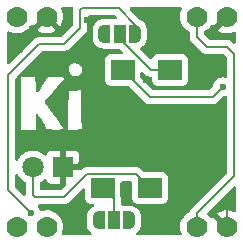
<source format=gbr>
%TF.GenerationSoftware,KiCad,Pcbnew,8.0.5*%
%TF.CreationDate,2024-09-21T22:48:15-06:00*%
%TF.ProjectId,KiCad_MiniBadge_Learning,4b694361-645f-44d6-996e-694261646765,rev?*%
%TF.SameCoordinates,Original*%
%TF.FileFunction,Copper,L2,Bot*%
%TF.FilePolarity,Positive*%
%FSLAX46Y46*%
G04 Gerber Fmt 4.6, Leading zero omitted, Abs format (unit mm)*
G04 Created by KiCad (PCBNEW 8.0.5) date 2024-09-21 22:48:15*
%MOMM*%
%LPD*%
G01*
G04 APERTURE LIST*
G04 Aperture macros list*
%AMFreePoly0*
4,1,19,0.550000,-0.750000,0.000000,-0.750000,0.000000,-0.744911,-0.071157,-0.744911,-0.207708,-0.704816,-0.327430,-0.627875,-0.420627,-0.520320,-0.479746,-0.390866,-0.500000,-0.250000,-0.500000,0.250000,-0.479746,0.390866,-0.420627,0.520320,-0.327430,0.627875,-0.207708,0.704816,-0.071157,0.744911,0.000000,0.744911,0.000000,0.750000,0.550000,0.750000,0.550000,-0.750000,0.550000,-0.750000,
$1*%
%AMFreePoly1*
4,1,19,0.000000,0.744911,0.071157,0.744911,0.207708,0.704816,0.327430,0.627875,0.420627,0.520320,0.479746,0.390866,0.500000,0.250000,0.500000,-0.250000,0.479746,-0.390866,0.420627,-0.520320,0.327430,-0.627875,0.207708,-0.704816,0.071157,-0.744911,0.000000,-0.744911,0.000000,-0.750000,-0.550000,-0.750000,-0.550000,0.750000,0.000000,0.750000,0.000000,0.744911,0.000000,0.744911,
$1*%
G04 Aperture macros list end*
%TA.AperFunction,ComponentPad*%
%ADD10C,1.778000*%
%TD*%
%TA.AperFunction,ComponentPad*%
%ADD11R,1.800000X1.800000*%
%TD*%
%TA.AperFunction,ComponentPad*%
%ADD12C,1.800000*%
%TD*%
%TA.AperFunction,SMDPad,CuDef*%
%ADD13R,2.000000X1.700000*%
%TD*%
%TA.AperFunction,SMDPad,CuDef*%
%ADD14FreePoly0,180.000000*%
%TD*%
%TA.AperFunction,SMDPad,CuDef*%
%ADD15R,1.000000X1.500000*%
%TD*%
%TA.AperFunction,SMDPad,CuDef*%
%ADD16FreePoly1,180.000000*%
%TD*%
%TA.AperFunction,ViaPad*%
%ADD17C,0.600000*%
%TD*%
%TA.AperFunction,Conductor*%
%ADD18C,0.200000*%
%TD*%
G04 APERTURE END LIST*
D10*
%TO.P,U1,1,+VBATT*%
%TO.N,V_BATT*%
X140465000Y-88605000D03*
%TO.P,U1,2,GND*%
%TO.N,GND*%
X143005000Y-88605000D03*
%TO.P,U1,7,+3v3*%
%TO.N,+3.3V*%
X155705000Y-88605000D03*
%TO.P,U1,8,GND*%
%TO.N,GND*%
X158245000Y-88605000D03*
%TO.P,U1,9,CLK*%
%TO.N,CLK*%
X140465000Y-106385000D03*
%TO.P,U1,10,NC*%
%TO.N,unconnected-(U1-NC-Pad10)*%
X143005000Y-106385000D03*
%TO.P,U1,15,+3v3*%
%TO.N,+3.3V*%
X155705000Y-106385000D03*
%TO.P,U1,16,GND*%
%TO.N,GND*%
X158245000Y-106385000D03*
%TD*%
D11*
%TO.P,D2,1,K*%
%TO.N,GND*%
X144375001Y-101350001D03*
D12*
%TO.P,D2,2,A*%
%TO.N,Net-(D2-A)*%
X141834998Y-101350000D03*
%TD*%
D13*
%TO.P,R1,1,1*%
%TO.N,Net-(JP1-C)*%
X153450000Y-93100000D03*
%TO.P,R1,2,2*%
%TO.N,Net-(D1-A)*%
X149450000Y-93100000D03*
%TD*%
%TO.P,R2,1,1*%
%TO.N,Net-(JP2-C)*%
X147750000Y-103100000D03*
%TO.P,R2,2,2*%
%TO.N,Net-(D2-A)*%
X151750000Y-103100000D03*
%TD*%
D14*
%TO.P,JP1,1,A*%
%TO.N,CLK*%
X150500000Y-90050000D03*
D15*
%TO.P,JP1,2,C*%
%TO.N,Net-(JP1-C)*%
X149200000Y-90050000D03*
D16*
%TO.P,JP1,3,B*%
%TO.N,+3.3V*%
X147900000Y-90050000D03*
%TD*%
D14*
%TO.P,JP2,1,A*%
%TO.N,CLK*%
X150000000Y-105850000D03*
D15*
%TO.P,JP2,2,C*%
%TO.N,Net-(JP2-C)*%
X148700000Y-105850000D03*
D16*
%TO.P,JP2,3,B*%
%TO.N,+3.3V*%
X147400000Y-105850000D03*
%TD*%
D17*
%TO.N,GND*%
X151550000Y-106400000D03*
X144900000Y-106650000D03*
X146450000Y-88850000D03*
X145900000Y-101200000D03*
X144700000Y-88150000D03*
X140750000Y-91400000D03*
X140700000Y-102850000D03*
X157300000Y-92150000D03*
X157100000Y-105200000D03*
X149700000Y-103100000D03*
X142850000Y-102900000D03*
X153950000Y-89700000D03*
X140700000Y-99900000D03*
X141800000Y-89650000D03*
X153900000Y-106250000D03*
X145800000Y-104550000D03*
X145950000Y-105800000D03*
X158750000Y-103600000D03*
X158700000Y-90300000D03*
X157050000Y-90100000D03*
X151450000Y-93950000D03*
%TO.N,Net-(D1-A)*%
X157900000Y-94550000D03*
%TO.N,CLK*%
X141650000Y-105200000D03*
X150100000Y-105850000D03*
%TO.N,+3.3V*%
X147900000Y-90100000D03*
X147450000Y-105950000D03*
%TD*%
D18*
%TO.N,GND*%
X158750000Y-103600000D02*
X158245000Y-104105000D01*
X158245000Y-88605000D02*
X158245000Y-88905000D01*
X144001561Y-101951561D02*
X145151561Y-101951561D01*
X145900000Y-101203122D02*
X145900000Y-101200000D01*
X158245000Y-104105000D02*
X158245000Y-106385000D01*
X158245000Y-88905000D02*
X157050000Y-90100000D01*
X143005000Y-88605000D02*
X142845000Y-88605000D01*
X144525002Y-101200000D02*
X144375001Y-101350001D01*
X142845000Y-88605000D02*
X141800000Y-89650000D01*
X145900000Y-101200000D02*
X144525002Y-101200000D01*
%TO.N,Net-(D1-A)*%
X151750000Y-95400000D02*
X157050000Y-95400000D01*
X157050000Y-95400000D02*
X157900000Y-94550000D01*
X151750000Y-95400000D02*
X149450000Y-93100000D01*
%TO.N,Net-(D2-A)*%
X144450000Y-103900000D02*
X142000000Y-103900000D01*
X142000000Y-103900000D02*
X141834998Y-103734998D01*
X146400000Y-101950000D02*
X144450000Y-103900000D01*
X150600000Y-101950000D02*
X146400000Y-101950000D01*
X151750000Y-103100000D02*
X150600000Y-101950000D01*
X141834998Y-103734998D02*
X141834998Y-101350000D01*
%TO.N,CLK*%
X150500000Y-90050000D02*
X150500000Y-89295000D01*
X145998569Y-87891632D02*
X145850000Y-88040201D01*
X144500000Y-90900000D02*
X142400000Y-90900000D01*
X139750000Y-103300000D02*
X141650000Y-105200000D01*
X149096632Y-87891632D02*
X145998569Y-87891632D01*
X145850000Y-89550000D02*
X144500000Y-90900000D01*
X145850000Y-88040201D02*
X145850000Y-89550000D01*
X142400000Y-90900000D02*
X139750000Y-93550000D01*
X150500000Y-89295000D02*
X149096632Y-87891632D01*
X139750000Y-93550000D02*
X139750000Y-103300000D01*
%TO.N,Net-(JP1-C)*%
X149200000Y-90481336D02*
X149200000Y-90050000D01*
X151818664Y-93100000D02*
X149200000Y-90481336D01*
X153450000Y-93100000D02*
X151818664Y-93100000D01*
%TO.N,+3.3V*%
X155705000Y-90305000D02*
X155705000Y-88605000D01*
X158900000Y-91800000D02*
X158900000Y-102050000D01*
X156550000Y-91150000D02*
X155705000Y-90305000D01*
X158250000Y-91150000D02*
X156550000Y-91150000D01*
X158900000Y-91800000D02*
X158250000Y-91150000D01*
X158900000Y-102050000D02*
X155705000Y-105245000D01*
X155705000Y-105245000D02*
X155705000Y-106385000D01*
%TO.N,Net-(JP2-C)*%
X148700000Y-104050000D02*
X148700000Y-105850000D01*
X147750000Y-103100000D02*
X148700000Y-104050000D01*
%TD*%
%TA.AperFunction,Conductor*%
%TO.N,GND*%
G36*
X148863574Y-88511817D02*
G01*
X148884216Y-88528451D01*
X148943584Y-88587819D01*
X148977069Y-88649142D01*
X148972085Y-88718834D01*
X148930213Y-88774767D01*
X148864749Y-88799184D01*
X148855904Y-88799500D01*
X148652130Y-88799500D01*
X148652125Y-88799501D01*
X148592511Y-88805909D01*
X148591503Y-88806148D01*
X148589438Y-88806240D01*
X148584807Y-88806738D01*
X148584775Y-88806448D01*
X148545348Y-88808208D01*
X148450000Y-88794500D01*
X147828111Y-88794500D01*
X147828110Y-88794500D01*
X147685703Y-88814974D01*
X147685691Y-88814977D01*
X147547741Y-88855483D01*
X147416863Y-88915252D01*
X147416861Y-88915254D01*
X147301523Y-88989376D01*
X147300083Y-88990196D01*
X147295901Y-88992988D01*
X147187169Y-89087207D01*
X147187166Y-89087210D01*
X147093018Y-89195864D01*
X147093015Y-89195867D01*
X147046434Y-89268351D01*
X147016676Y-89314657D01*
X147015231Y-89316905D01*
X147015223Y-89316918D01*
X146958263Y-89441643D01*
X146956015Y-89445939D01*
X146914966Y-89585738D01*
X146914965Y-89585744D01*
X146894503Y-89728059D01*
X146894503Y-89784399D01*
X146894500Y-89784409D01*
X146894500Y-90315573D01*
X146894503Y-90315601D01*
X146894503Y-90371941D01*
X146913703Y-90505478D01*
X146913703Y-90505481D01*
X146914964Y-90514255D01*
X146955503Y-90652313D01*
X147015223Y-90783081D01*
X147015227Y-90783087D01*
X147015230Y-90783094D01*
X147057988Y-90849627D01*
X147093015Y-90904132D01*
X147093018Y-90904136D01*
X147187152Y-91012773D01*
X147187168Y-91012791D01*
X147187171Y-91012794D01*
X147295909Y-91107015D01*
X147356386Y-91145881D01*
X147416857Y-91184744D01*
X147416863Y-91184747D01*
X147547741Y-91244517D01*
X147685696Y-91285024D01*
X147828111Y-91305500D01*
X147828114Y-91305500D01*
X148450000Y-91305500D01*
X148521940Y-91300355D01*
X148533726Y-91296893D01*
X148584559Y-91295534D01*
X148584804Y-91293261D01*
X148592513Y-91294089D01*
X148592517Y-91294091D01*
X148652127Y-91300500D01*
X149118566Y-91300499D01*
X149185605Y-91320183D01*
X149206247Y-91336818D01*
X149407248Y-91537819D01*
X149440733Y-91599142D01*
X149435749Y-91668834D01*
X149393877Y-91724767D01*
X149328413Y-91749184D01*
X149319567Y-91749500D01*
X148402129Y-91749500D01*
X148402123Y-91749501D01*
X148342516Y-91755908D01*
X148207671Y-91806202D01*
X148207664Y-91806206D01*
X148092455Y-91892452D01*
X148092452Y-91892455D01*
X148006206Y-92007664D01*
X148006202Y-92007671D01*
X147955908Y-92142517D01*
X147950108Y-92196471D01*
X147949501Y-92202123D01*
X147949500Y-92202135D01*
X147949500Y-93997870D01*
X147949501Y-93997876D01*
X147955908Y-94057483D01*
X148006202Y-94192328D01*
X148006206Y-94192335D01*
X148092452Y-94307544D01*
X148092455Y-94307547D01*
X148207664Y-94393793D01*
X148207671Y-94393797D01*
X148342517Y-94444091D01*
X148342516Y-94444091D01*
X148349444Y-94444835D01*
X148402127Y-94450500D01*
X149899902Y-94450499D01*
X149966941Y-94470184D01*
X149987583Y-94486818D01*
X151265139Y-95764374D01*
X151265149Y-95764385D01*
X151269479Y-95768715D01*
X151269480Y-95768716D01*
X151381284Y-95880520D01*
X151381286Y-95880521D01*
X151381287Y-95880522D01*
X151450597Y-95920537D01*
X151450599Y-95920539D01*
X151450600Y-95920539D01*
X151518215Y-95959577D01*
X151670942Y-96000500D01*
X151670943Y-96000500D01*
X156963331Y-96000500D01*
X156963347Y-96000501D01*
X156970943Y-96000501D01*
X157129054Y-96000501D01*
X157129057Y-96000501D01*
X157281785Y-95959577D01*
X157349400Y-95920539D01*
X157418716Y-95880520D01*
X157530520Y-95768716D01*
X157530520Y-95768714D01*
X157540724Y-95758511D01*
X157540728Y-95758506D01*
X157918535Y-95380698D01*
X157979856Y-95347215D01*
X157992311Y-95345163D01*
X158079255Y-95335368D01*
X158134545Y-95316020D01*
X158204323Y-95312458D01*
X158264951Y-95347186D01*
X158297178Y-95409180D01*
X158299500Y-95433062D01*
X158299500Y-101749902D01*
X158279815Y-101816941D01*
X158263181Y-101837583D01*
X155224481Y-104876282D01*
X155224477Y-104876287D01*
X155177542Y-104957581D01*
X155177543Y-104957582D01*
X155145422Y-105013217D01*
X155145421Y-105013219D01*
X155129560Y-105072410D01*
X155093194Y-105132070D01*
X155068805Y-105149368D01*
X154942414Y-105217769D01*
X154942413Y-105217769D01*
X154942411Y-105217771D01*
X154840427Y-105297148D01*
X154760692Y-105359208D01*
X154760689Y-105359211D01*
X154604728Y-105528629D01*
X154478782Y-105721405D01*
X154386282Y-105932285D01*
X154329753Y-106155515D01*
X154310738Y-106384994D01*
X154310738Y-106385005D01*
X154329753Y-106614484D01*
X154386282Y-106837714D01*
X154434621Y-106947916D01*
X154443524Y-107017216D01*
X154413547Y-107080328D01*
X154354207Y-107117215D01*
X154321045Y-107121726D01*
X150689412Y-107121143D01*
X150622376Y-107101448D01*
X150576629Y-107048636D01*
X150566697Y-106979476D01*
X150595732Y-106915925D01*
X150608222Y-106903436D01*
X150712832Y-106812791D01*
X150806986Y-106704130D01*
X150884770Y-106583094D01*
X150941742Y-106458342D01*
X150943986Y-106454053D01*
X150944498Y-106452308D01*
X150944499Y-106452308D01*
X150985035Y-106314256D01*
X151005497Y-106171941D01*
X151005497Y-106115601D01*
X151005500Y-106115590D01*
X151005500Y-105584426D01*
X151005497Y-105584399D01*
X151005497Y-105528060D01*
X150985035Y-105385744D01*
X150985034Y-105385739D01*
X150944498Y-105247692D01*
X150944498Y-105247691D01*
X150931027Y-105218194D01*
X150884776Y-105116918D01*
X150884773Y-105116914D01*
X150884770Y-105116906D01*
X150806986Y-104995870D01*
X150806985Y-104995869D01*
X150806984Y-104995867D01*
X150806981Y-104995863D01*
X150712847Y-104887226D01*
X150712830Y-104887207D01*
X150712829Y-104887206D01*
X150604091Y-104792985D01*
X150559733Y-104764478D01*
X150483142Y-104715255D01*
X150483136Y-104715252D01*
X150412028Y-104682778D01*
X150352259Y-104655483D01*
X150265730Y-104630076D01*
X150214308Y-104614977D01*
X150214296Y-104614974D01*
X150071889Y-104594500D01*
X149450000Y-104594500D01*
X149444370Y-104594902D01*
X149433339Y-104595691D01*
X149365067Y-104580835D01*
X149315665Y-104531427D01*
X149300500Y-104472006D01*
X149300500Y-104139059D01*
X149300501Y-104139046D01*
X149300501Y-103970945D01*
X149300501Y-103970943D01*
X149259577Y-103818215D01*
X149259576Y-103818214D01*
X149257473Y-103810363D01*
X149258166Y-103810177D01*
X149250499Y-103771633D01*
X149250499Y-102674500D01*
X149270184Y-102607461D01*
X149322988Y-102561706D01*
X149374499Y-102550500D01*
X150125500Y-102550500D01*
X150192539Y-102570185D01*
X150238294Y-102622989D01*
X150249500Y-102674500D01*
X150249500Y-103997870D01*
X150249501Y-103997876D01*
X150255908Y-104057483D01*
X150306202Y-104192328D01*
X150306206Y-104192335D01*
X150392452Y-104307544D01*
X150392455Y-104307547D01*
X150507664Y-104393793D01*
X150507671Y-104393797D01*
X150642517Y-104444091D01*
X150642516Y-104444091D01*
X150649444Y-104444835D01*
X150702127Y-104450500D01*
X152797872Y-104450499D01*
X152857483Y-104444091D01*
X152992331Y-104393796D01*
X153107546Y-104307546D01*
X153193796Y-104192331D01*
X153244091Y-104057483D01*
X153250500Y-103997873D01*
X153250499Y-102202128D01*
X153244091Y-102142517D01*
X153207175Y-102043541D01*
X153193797Y-102007671D01*
X153193793Y-102007664D01*
X153107547Y-101892455D01*
X153107544Y-101892452D01*
X152992335Y-101806206D01*
X152992328Y-101806202D01*
X152857482Y-101755908D01*
X152857483Y-101755908D01*
X152797883Y-101749501D01*
X152797881Y-101749500D01*
X152797873Y-101749500D01*
X152797865Y-101749500D01*
X151300097Y-101749500D01*
X151233058Y-101729815D01*
X151212416Y-101713181D01*
X151087590Y-101588355D01*
X151087588Y-101588352D01*
X150968717Y-101469481D01*
X150968716Y-101469480D01*
X150881904Y-101419360D01*
X150881904Y-101419359D01*
X150881900Y-101419358D01*
X150831785Y-101390423D01*
X150679057Y-101349499D01*
X150520943Y-101349499D01*
X150513347Y-101349499D01*
X150513331Y-101349500D01*
X146320940Y-101349500D01*
X146280019Y-101360464D01*
X146280019Y-101360465D01*
X146242751Y-101370451D01*
X146168214Y-101390423D01*
X146168209Y-101390426D01*
X146031290Y-101469475D01*
X146031282Y-101469481D01*
X145925563Y-101575201D01*
X145864240Y-101608686D01*
X145794548Y-101603702D01*
X145788789Y-101600001D01*
X144750279Y-101600001D01*
X144794334Y-101523695D01*
X144825001Y-101409245D01*
X144825001Y-101290757D01*
X144794334Y-101176307D01*
X144750279Y-101100001D01*
X145775001Y-101100001D01*
X145775001Y-100402173D01*
X145775000Y-100402156D01*
X145768599Y-100342628D01*
X145768597Y-100342621D01*
X145718355Y-100207914D01*
X145718351Y-100207907D01*
X145632191Y-100092813D01*
X145632188Y-100092810D01*
X145517094Y-100006650D01*
X145517087Y-100006646D01*
X145382380Y-99956404D01*
X145382373Y-99956402D01*
X145322845Y-99950001D01*
X144625001Y-99950001D01*
X144625001Y-100974723D01*
X144548695Y-100930668D01*
X144434245Y-100900001D01*
X144315757Y-100900001D01*
X144201307Y-100930668D01*
X144125001Y-100974723D01*
X144125001Y-99950001D01*
X143427156Y-99950001D01*
X143367628Y-99956402D01*
X143367621Y-99956404D01*
X143232914Y-100006646D01*
X143232907Y-100006650D01*
X143117813Y-100092810D01*
X143117810Y-100092813D01*
X143031650Y-100207907D01*
X143031644Y-100207918D01*
X143002923Y-100284922D01*
X142961052Y-100340856D01*
X142895587Y-100365272D01*
X142827314Y-100350420D01*
X142795514Y-100325572D01*
X142786782Y-100316087D01*
X142786781Y-100316086D01*
X142786779Y-100316084D01*
X142786775Y-100316081D01*
X142603632Y-100173535D01*
X142603626Y-100173531D01*
X142399502Y-100063064D01*
X142399493Y-100063061D01*
X142179982Y-99987702D01*
X141992408Y-99956402D01*
X141951047Y-99949500D01*
X141718949Y-99949500D01*
X141677588Y-99956402D01*
X141490013Y-99987702D01*
X141270502Y-100063061D01*
X141270493Y-100063064D01*
X141066369Y-100173531D01*
X141066363Y-100173535D01*
X140883220Y-100316081D01*
X140883217Y-100316084D01*
X140883214Y-100316086D01*
X140883214Y-100316087D01*
X140851608Y-100350420D01*
X140726014Y-100486852D01*
X140599071Y-100681154D01*
X140588055Y-100706269D01*
X140543099Y-100759755D01*
X140476363Y-100780444D01*
X140409035Y-100761769D01*
X140362492Y-100709658D01*
X140350500Y-100656458D01*
X140350500Y-93850097D01*
X140370185Y-93783058D01*
X140386819Y-93762416D01*
X140473617Y-93675618D01*
X140845454Y-93675618D01*
X140845454Y-95920539D01*
X140845454Y-98165460D01*
X141486869Y-98165792D01*
X142128283Y-98166124D01*
X142128262Y-98165697D01*
X144822221Y-98165697D01*
X144822222Y-98165698D01*
X145445372Y-98165678D01*
X145503012Y-98165481D01*
X145513572Y-98165445D01*
X145853307Y-98147028D01*
X145995379Y-98085751D01*
X145990492Y-97962741D01*
X145963926Y-97801333D01*
X145962575Y-97789735D01*
X145937024Y-97418150D01*
X145936804Y-97413848D01*
X145919203Y-96894614D01*
X145919142Y-96891845D01*
X145912633Y-96288337D01*
X145912626Y-96287000D01*
X145912626Y-94815551D01*
X145390710Y-94854998D01*
X144868794Y-94894444D01*
X144868792Y-94894445D01*
X144845508Y-96530072D01*
X144822221Y-98165697D01*
X142128262Y-98165697D01*
X142088285Y-97364123D01*
X142069129Y-96980029D01*
X142085450Y-96912095D01*
X142135909Y-96863767D01*
X142204486Y-96850390D01*
X142269409Y-96876214D01*
X142293459Y-96901199D01*
X142504154Y-97192594D01*
X142506199Y-97195509D01*
X142704624Y-97487220D01*
X142709259Y-97494576D01*
X142885899Y-97798004D01*
X142894804Y-97816753D01*
X142962123Y-97995818D01*
X143025254Y-98086775D01*
X143087852Y-98101860D01*
X143275646Y-98147116D01*
X143747526Y-98165657D01*
X143893203Y-98164802D01*
X143900029Y-98164762D01*
X144265388Y-98145865D01*
X144265391Y-98145864D01*
X144265396Y-98145864D01*
X144422222Y-98095670D01*
X144407012Y-98005303D01*
X144354399Y-97936296D01*
X144353647Y-97935298D01*
X144161465Y-97677530D01*
X144161145Y-97677099D01*
X144026289Y-97494576D01*
X143879615Y-97296058D01*
X143549528Y-96846852D01*
X142873957Y-95925150D01*
X142850203Y-95859443D01*
X142865743Y-95791324D01*
X142876940Y-95774637D01*
X142881652Y-95768716D01*
X143463035Y-95038081D01*
X143533107Y-94950503D01*
X143534015Y-94949384D01*
X143858102Y-94556109D01*
X143860212Y-94553620D01*
X143879494Y-94531465D01*
X144074368Y-94307546D01*
X144131640Y-94241738D01*
X144136472Y-94236498D01*
X144303956Y-94065033D01*
X144305632Y-94063350D01*
X144444659Y-93926568D01*
X144472543Y-93781322D01*
X144472541Y-93781321D01*
X144270671Y-93703031D01*
X144270670Y-93703030D01*
X143828052Y-93682894D01*
X143828051Y-93682893D01*
X143828030Y-93682893D01*
X143828023Y-93682893D01*
X143828021Y-93682893D01*
X143221893Y-93689314D01*
X143154545Y-93690028D01*
X143154544Y-93690028D01*
X143154544Y-93690029D01*
X142641414Y-94484660D01*
X142337924Y-94954643D01*
X142285020Y-95000282D01*
X142215840Y-95010075D01*
X142152348Y-94980912D01*
X142114702Y-94922051D01*
X142109895Y-94893276D01*
X142090091Y-94477526D01*
X142088804Y-94450499D01*
X142051899Y-93675758D01*
X141448677Y-93675688D01*
X140845454Y-93675617D01*
X140845454Y-93675618D01*
X140473617Y-93675618D01*
X140922348Y-93226887D01*
X144901342Y-93226887D01*
X145040303Y-93521819D01*
X145228284Y-93646442D01*
X145442421Y-93659576D01*
X145538108Y-93665445D01*
X145538108Y-93665444D01*
X145538109Y-93665445D01*
X145812324Y-93516820D01*
X145981280Y-93246773D01*
X145975324Y-92901514D01*
X145934983Y-92815847D01*
X145692786Y-92617901D01*
X145367051Y-92551811D01*
X145367050Y-92551811D01*
X145077122Y-92650877D01*
X144928137Y-92881476D01*
X144928137Y-92881478D01*
X144901342Y-93226887D01*
X140922348Y-93226887D01*
X142612416Y-91536819D01*
X142673739Y-91503334D01*
X142700097Y-91500500D01*
X144413331Y-91500500D01*
X144413347Y-91500501D01*
X144420943Y-91500501D01*
X144579054Y-91500501D01*
X144579057Y-91500501D01*
X144731785Y-91459577D01*
X144781904Y-91430639D01*
X144868716Y-91380520D01*
X144980520Y-91268716D01*
X144980520Y-91268714D01*
X144990728Y-91258507D01*
X144990730Y-91258504D01*
X146208506Y-90040728D01*
X146208511Y-90040724D01*
X146218714Y-90030520D01*
X146218716Y-90030520D01*
X146330520Y-89918716D01*
X146388543Y-89818216D01*
X146409577Y-89781785D01*
X146450500Y-89629058D01*
X146450500Y-89470943D01*
X146450500Y-88616132D01*
X146470185Y-88549093D01*
X146522989Y-88503338D01*
X146574500Y-88492132D01*
X148796535Y-88492132D01*
X148863574Y-88511817D01*
G37*
%TD.AperFunction*%
%TA.AperFunction,Conductor*%
G36*
X146168834Y-103132913D02*
G01*
X146224767Y-103174785D01*
X146249184Y-103240249D01*
X146249500Y-103249095D01*
X146249500Y-103997870D01*
X146249501Y-103997876D01*
X146255908Y-104057483D01*
X146306202Y-104192328D01*
X146306206Y-104192335D01*
X146392452Y-104307544D01*
X146392455Y-104307547D01*
X146507664Y-104393793D01*
X146507671Y-104393797D01*
X146642517Y-104444091D01*
X146642516Y-104444091D01*
X146649444Y-104444835D01*
X146702127Y-104450500D01*
X146926573Y-104450499D01*
X146993611Y-104470183D01*
X147039366Y-104522987D01*
X147049310Y-104592146D01*
X147020285Y-104655701D01*
X146978085Y-104687293D01*
X146916864Y-104715252D01*
X146916861Y-104715254D01*
X146801523Y-104789376D01*
X146800083Y-104790196D01*
X146795901Y-104792988D01*
X146687169Y-104887207D01*
X146687166Y-104887210D01*
X146593018Y-104995864D01*
X146593015Y-104995867D01*
X146548684Y-105064850D01*
X146520546Y-105108635D01*
X146515231Y-105116905D01*
X146515223Y-105116918D01*
X146458263Y-105241643D01*
X146456015Y-105245939D01*
X146414966Y-105385738D01*
X146414965Y-105385744D01*
X146394503Y-105528059D01*
X146394503Y-105584399D01*
X146394500Y-105584409D01*
X146394500Y-106115573D01*
X146394503Y-106115601D01*
X146394503Y-106171939D01*
X146413703Y-106305478D01*
X146413703Y-106305481D01*
X146414964Y-106314255D01*
X146455503Y-106452313D01*
X146515223Y-106583081D01*
X146515227Y-106583087D01*
X146515230Y-106583094D01*
X146558788Y-106650872D01*
X146593015Y-106704132D01*
X146593018Y-106704136D01*
X146687152Y-106812773D01*
X146687169Y-106812792D01*
X146687185Y-106812807D01*
X146736328Y-106855389D01*
X146791034Y-106902791D01*
X146828809Y-106961567D01*
X146828810Y-107031436D01*
X146791036Y-107090215D01*
X146727481Y-107119241D01*
X146709812Y-107120503D01*
X144389614Y-107120130D01*
X144322578Y-107100435D01*
X144276831Y-107047623D01*
X144266899Y-106978463D01*
X144276075Y-106946327D01*
X144323717Y-106837716D01*
X144380246Y-106614488D01*
X144388697Y-106512493D01*
X144399262Y-106385005D01*
X144399262Y-106384994D01*
X144380246Y-106155515D01*
X144380246Y-106155512D01*
X144323717Y-105932284D01*
X144231217Y-105721405D01*
X144148838Y-105595314D01*
X144105271Y-105528629D01*
X144078355Y-105499390D01*
X143949308Y-105359208D01*
X143806032Y-105247692D01*
X143767591Y-105217772D01*
X143565069Y-105108172D01*
X143565061Y-105108169D01*
X143347274Y-105033402D01*
X143176920Y-105004975D01*
X143120137Y-104995500D01*
X142889863Y-104995500D01*
X142783703Y-105013215D01*
X142662728Y-105033402D01*
X142580293Y-105061701D01*
X142510494Y-105064850D01*
X142450074Y-105029762D01*
X142422991Y-104985376D01*
X142375789Y-104850478D01*
X142279816Y-104697738D01*
X142279815Y-104697737D01*
X142276111Y-104691842D01*
X142278409Y-104690397D01*
X142256659Y-104637151D01*
X142269401Y-104568453D01*
X142317261Y-104517550D01*
X142380012Y-104500500D01*
X144363331Y-104500500D01*
X144363347Y-104500501D01*
X144370943Y-104500501D01*
X144529054Y-104500501D01*
X144529057Y-104500501D01*
X144681785Y-104459577D01*
X144752558Y-104418716D01*
X144818716Y-104380520D01*
X144930520Y-104268716D01*
X144930520Y-104268714D01*
X144940724Y-104258511D01*
X144940728Y-104258506D01*
X146037821Y-103161412D01*
X146099142Y-103127929D01*
X146168834Y-103132913D01*
G37*
%TD.AperFunction*%
%TA.AperFunction,Conductor*%
G36*
X158945520Y-102956227D02*
G01*
X159001453Y-102998099D01*
X159025870Y-103063563D01*
X159026186Y-103072251D01*
X159028663Y-105021487D01*
X159009064Y-105088552D01*
X158956318Y-105134374D01*
X158887172Y-105144405D01*
X158845646Y-105130700D01*
X158804873Y-105108635D01*
X158804859Y-105108629D01*
X158587150Y-105033889D01*
X158360095Y-104996000D01*
X158129905Y-104996000D01*
X157902849Y-105033889D01*
X157685140Y-105108629D01*
X157685132Y-105108632D01*
X157482681Y-105218194D01*
X157454040Y-105240485D01*
X157454040Y-105240487D01*
X158109057Y-105895504D01*
X158048919Y-105911619D01*
X157933080Y-105978498D01*
X157838498Y-106073080D01*
X157771619Y-106188919D01*
X157755504Y-106249058D01*
X157101760Y-105595314D01*
X157079108Y-105629986D01*
X157025961Y-105675342D01*
X156956730Y-105684766D01*
X156893394Y-105655264D01*
X156871490Y-105629986D01*
X156805269Y-105528627D01*
X156649308Y-105359208D01*
X156642431Y-105353855D01*
X156601619Y-105297148D01*
X156597943Y-105227375D01*
X156630910Y-105168323D01*
X158814507Y-102984726D01*
X158875828Y-102951243D01*
X158945520Y-102956227D01*
G37*
%TD.AperFunction*%
%TA.AperFunction,Conductor*%
G36*
X140555703Y-101949828D02*
G01*
X140588056Y-101993731D01*
X140599073Y-102018848D01*
X140726014Y-102213147D01*
X140726017Y-102213151D01*
X140726019Y-102213153D01*
X140883214Y-102383913D01*
X140883217Y-102383915D01*
X140883220Y-102383918D01*
X141066363Y-102526464D01*
X141066370Y-102526468D01*
X141066372Y-102526470D01*
X141169515Y-102582288D01*
X141219106Y-102631507D01*
X141234498Y-102691343D01*
X141234498Y-103635900D01*
X141214813Y-103702939D01*
X141162009Y-103748694D01*
X141092851Y-103758638D01*
X141029295Y-103729613D01*
X141022817Y-103723581D01*
X140386819Y-103087583D01*
X140353334Y-103026260D01*
X140350500Y-102999902D01*
X140350500Y-102043541D01*
X140370185Y-101976502D01*
X140422989Y-101930747D01*
X140492147Y-101920803D01*
X140555703Y-101949828D01*
G37*
%TD.AperFunction*%
%TA.AperFunction,Conductor*%
G36*
X144625001Y-102770618D02*
G01*
X144633686Y-102786524D01*
X144628702Y-102856216D01*
X144600201Y-102900563D01*
X144237584Y-103263181D01*
X144176261Y-103296666D01*
X144149903Y-103299500D01*
X142559498Y-103299500D01*
X142492459Y-103279815D01*
X142446704Y-103227011D01*
X142435498Y-103175500D01*
X142435498Y-102691343D01*
X142455183Y-102624304D01*
X142500481Y-102582288D01*
X142603624Y-102526470D01*
X142647791Y-102492094D01*
X142746741Y-102415078D01*
X142786782Y-102383913D01*
X142795512Y-102374428D01*
X142855395Y-102338439D01*
X142925233Y-102340536D01*
X142982851Y-102380059D01*
X143002924Y-102415078D01*
X143031646Y-102492087D01*
X143031650Y-102492094D01*
X143117810Y-102607188D01*
X143117813Y-102607191D01*
X143232907Y-102693351D01*
X143232914Y-102693355D01*
X143367621Y-102743597D01*
X143367628Y-102743599D01*
X143427156Y-102750000D01*
X143427173Y-102750001D01*
X144125001Y-102750001D01*
X144125001Y-101725278D01*
X144201307Y-101769334D01*
X144315757Y-101800001D01*
X144434245Y-101800001D01*
X144548695Y-101769334D01*
X144625001Y-101725278D01*
X144625001Y-102770618D01*
G37*
%TD.AperFunction*%
%TA.AperFunction,Conductor*%
G36*
X154354037Y-87793189D02*
G01*
X154421069Y-87812893D01*
X154466808Y-87865710D01*
X154476732Y-87934872D01*
X154467555Y-87966998D01*
X154386284Y-88152281D01*
X154386282Y-88152285D01*
X154329753Y-88375515D01*
X154310738Y-88604994D01*
X154310738Y-88605005D01*
X154329753Y-88834484D01*
X154386282Y-89057714D01*
X154478782Y-89268594D01*
X154604728Y-89461370D01*
X154604731Y-89461373D01*
X154760692Y-89630792D01*
X154874139Y-89719091D01*
X154941868Y-89771807D01*
X154942411Y-89772229D01*
X154960069Y-89781785D01*
X155039517Y-89824780D01*
X155089108Y-89873999D01*
X155104500Y-89933835D01*
X155104500Y-90218330D01*
X155104499Y-90218348D01*
X155104499Y-90384054D01*
X155104498Y-90384054D01*
X155145423Y-90536785D01*
X155174358Y-90586900D01*
X155174359Y-90586904D01*
X155174360Y-90586904D01*
X155222034Y-90669480D01*
X155224479Y-90673714D01*
X155224481Y-90673717D01*
X155343349Y-90792585D01*
X155343355Y-90792590D01*
X156065139Y-91514374D01*
X156065149Y-91514385D01*
X156069479Y-91518715D01*
X156069480Y-91518716D01*
X156181284Y-91630520D01*
X156181286Y-91630521D01*
X156181290Y-91630524D01*
X156247646Y-91668834D01*
X156318216Y-91709577D01*
X156430019Y-91739534D01*
X156470942Y-91750500D01*
X156470943Y-91750500D01*
X157949903Y-91750500D01*
X158016942Y-91770185D01*
X158037584Y-91786819D01*
X158263181Y-92012416D01*
X158296666Y-92073739D01*
X158299500Y-92100097D01*
X158299500Y-93666936D01*
X158279815Y-93733975D01*
X158227011Y-93779730D01*
X158157853Y-93789674D01*
X158134547Y-93783978D01*
X158079260Y-93764633D01*
X158079249Y-93764630D01*
X157900004Y-93744435D01*
X157899996Y-93744435D01*
X157720750Y-93764630D01*
X157720745Y-93764631D01*
X157550476Y-93824211D01*
X157397737Y-93920184D01*
X157270184Y-94047737D01*
X157174210Y-94200478D01*
X157114630Y-94370750D01*
X157104837Y-94457668D01*
X157077770Y-94522082D01*
X157069299Y-94531465D01*
X156837582Y-94763182D01*
X156776262Y-94796666D01*
X156749903Y-94799500D01*
X152050097Y-94799500D01*
X151983058Y-94779815D01*
X151962416Y-94763181D01*
X150986818Y-93787583D01*
X150953333Y-93726260D01*
X150950499Y-93699902D01*
X150950499Y-93380432D01*
X150970184Y-93313393D01*
X151022988Y-93267638D01*
X151092146Y-93257694D01*
X151155702Y-93286719D01*
X151162180Y-93292751D01*
X151333803Y-93464374D01*
X151333813Y-93464385D01*
X151338143Y-93468715D01*
X151338144Y-93468716D01*
X151449948Y-93580520D01*
X151449950Y-93580521D01*
X151449954Y-93580524D01*
X151534016Y-93629057D01*
X151534017Y-93629057D01*
X151586879Y-93659577D01*
X151739607Y-93700500D01*
X151825501Y-93700500D01*
X151892540Y-93720185D01*
X151938295Y-93772989D01*
X151949501Y-93824500D01*
X151949501Y-93997876D01*
X151955908Y-94057483D01*
X152006202Y-94192328D01*
X152006206Y-94192335D01*
X152092452Y-94307544D01*
X152092455Y-94307547D01*
X152207664Y-94393793D01*
X152207671Y-94393797D01*
X152342517Y-94444091D01*
X152342516Y-94444091D01*
X152349444Y-94444835D01*
X152402127Y-94450500D01*
X154497872Y-94450499D01*
X154557483Y-94444091D01*
X154692331Y-94393796D01*
X154807546Y-94307546D01*
X154893796Y-94192331D01*
X154944091Y-94057483D01*
X154950500Y-93997873D01*
X154950499Y-92202128D01*
X154944091Y-92142517D01*
X154928269Y-92100097D01*
X154893797Y-92007671D01*
X154893793Y-92007664D01*
X154807547Y-91892455D01*
X154807544Y-91892452D01*
X154692335Y-91806206D01*
X154692328Y-91806202D01*
X154557482Y-91755908D01*
X154557483Y-91755908D01*
X154497883Y-91749501D01*
X154497881Y-91749500D01*
X154497873Y-91749500D01*
X154497864Y-91749500D01*
X152402129Y-91749500D01*
X152402123Y-91749501D01*
X152342516Y-91755908D01*
X152207671Y-91806202D01*
X152207664Y-91806206D01*
X152092455Y-91892452D01*
X152092452Y-91892455D01*
X152006206Y-92007664D01*
X152006202Y-92007671D01*
X151956647Y-92140537D01*
X151914776Y-92196471D01*
X151849312Y-92220888D01*
X151781039Y-92206036D01*
X151752784Y-92184885D01*
X150951180Y-91383281D01*
X150917695Y-91321958D01*
X150922679Y-91252266D01*
X150964551Y-91196333D01*
X150979450Y-91186759D01*
X150983119Y-91184754D01*
X150983137Y-91184747D01*
X151098477Y-91110622D01*
X151099915Y-91109804D01*
X151104098Y-91107011D01*
X151156400Y-91061690D01*
X151212832Y-91012791D01*
X151306986Y-90904130D01*
X151384770Y-90783094D01*
X151441742Y-90658342D01*
X151443986Y-90654053D01*
X151444498Y-90652308D01*
X151444499Y-90652308D01*
X151485035Y-90514256D01*
X151505497Y-90371941D01*
X151505497Y-90315601D01*
X151505500Y-90315590D01*
X151505500Y-89784426D01*
X151505497Y-89784399D01*
X151505497Y-89728060D01*
X151491262Y-89629057D01*
X151485035Y-89585744D01*
X151485035Y-89585743D01*
X151444498Y-89447691D01*
X151420291Y-89394685D01*
X151384776Y-89316918D01*
X151384773Y-89316914D01*
X151384770Y-89316906D01*
X151306986Y-89195870D01*
X151306985Y-89195869D01*
X151306984Y-89195867D01*
X151306981Y-89195863D01*
X151212847Y-89087226D01*
X151212830Y-89087207D01*
X151212829Y-89087206D01*
X151104091Y-88992985D01*
X151068858Y-88970342D01*
X150983142Y-88915255D01*
X150983134Y-88915251D01*
X150978364Y-88913073D01*
X150942198Y-88887962D01*
X150868716Y-88814480D01*
X150868715Y-88814479D01*
X150864385Y-88810149D01*
X150864374Y-88810139D01*
X150057887Y-88003652D01*
X150024402Y-87942329D01*
X150029386Y-87872637D01*
X150071258Y-87816704D01*
X150136722Y-87792287D01*
X150145584Y-87791971D01*
X154354037Y-87793189D01*
G37*
%TD.AperFunction*%
%TA.AperFunction,Conductor*%
G36*
X145133655Y-87790520D02*
G01*
X145200687Y-87810224D01*
X145246426Y-87863041D01*
X145256350Y-87932203D01*
X145253393Y-87946609D01*
X145249499Y-87961141D01*
X145249499Y-88129247D01*
X145249500Y-88129260D01*
X145249500Y-89249903D01*
X145229815Y-89316942D01*
X145213181Y-89337584D01*
X144287584Y-90263181D01*
X144226261Y-90296666D01*
X144199903Y-90299500D01*
X142486669Y-90299500D01*
X142486653Y-90299499D01*
X142479057Y-90299499D01*
X142320943Y-90299499D01*
X142213587Y-90328265D01*
X142168210Y-90340424D01*
X142168209Y-90340425D01*
X142118096Y-90369359D01*
X142118095Y-90369360D01*
X142113625Y-90371941D01*
X142031285Y-90419479D01*
X142031282Y-90419481D01*
X141919478Y-90531286D01*
X139859772Y-92590991D01*
X139798449Y-92624476D01*
X139728757Y-92619492D01*
X139672824Y-92577620D01*
X139648407Y-92512156D01*
X139648091Y-92503112D01*
X139649259Y-91770185D01*
X139652154Y-89952931D01*
X139671946Y-89885924D01*
X139724822Y-89840254D01*
X139793997Y-89830420D01*
X139835169Y-89844074D01*
X139904931Y-89881828D01*
X140012379Y-89918715D01*
X140122725Y-89956597D01*
X140122727Y-89956597D01*
X140122729Y-89956598D01*
X140349863Y-89994500D01*
X140349864Y-89994500D01*
X140580136Y-89994500D01*
X140580137Y-89994500D01*
X140807271Y-89956598D01*
X140808693Y-89956110D01*
X140817950Y-89952932D01*
X141025069Y-89881828D01*
X141227589Y-89772229D01*
X141409308Y-89630792D01*
X141565269Y-89461373D01*
X141631490Y-89360013D01*
X141684636Y-89314657D01*
X141753868Y-89305233D01*
X141817203Y-89334735D01*
X141839108Y-89360013D01*
X141861760Y-89394684D01*
X142515504Y-88740940D01*
X142531619Y-88801081D01*
X142598498Y-88916920D01*
X142693080Y-89011502D01*
X142808919Y-89078381D01*
X142869057Y-89094495D01*
X142214040Y-89749512D01*
X142214040Y-89749514D01*
X142242677Y-89771803D01*
X142242683Y-89771807D01*
X142445131Y-89881367D01*
X142445140Y-89881370D01*
X142662849Y-89956110D01*
X142889905Y-89994000D01*
X143120095Y-89994000D01*
X143347150Y-89956110D01*
X143564859Y-89881370D01*
X143564868Y-89881367D01*
X143767315Y-89771807D01*
X143767316Y-89771806D01*
X143795958Y-89749513D01*
X143795959Y-89749511D01*
X143140942Y-89094494D01*
X143201081Y-89078381D01*
X143316920Y-89011502D01*
X143411502Y-88916920D01*
X143478381Y-88801081D01*
X143494495Y-88740942D01*
X144148238Y-89394685D01*
X144230772Y-89268359D01*
X144230777Y-89268351D01*
X144323242Y-89057553D01*
X144379750Y-88834408D01*
X144379752Y-88834396D01*
X144398760Y-88605005D01*
X144398760Y-88604994D01*
X144379752Y-88375603D01*
X144379750Y-88375591D01*
X144323242Y-88152446D01*
X144240627Y-87964104D01*
X144231724Y-87894804D01*
X144261701Y-87831692D01*
X144321040Y-87794805D01*
X144354212Y-87790294D01*
X145133655Y-87790520D01*
G37*
%TD.AperFunction*%
%TA.AperFunction,Conductor*%
G36*
X157771619Y-88801081D02*
G01*
X157838498Y-88916920D01*
X157933080Y-89011502D01*
X158048919Y-89078381D01*
X158109057Y-89094494D01*
X157454040Y-89749512D01*
X157454040Y-89749514D01*
X157482677Y-89771803D01*
X157482683Y-89771807D01*
X157685131Y-89881367D01*
X157685140Y-89881370D01*
X157902849Y-89956110D01*
X158129905Y-89994000D01*
X158360095Y-89994000D01*
X158587150Y-89956110D01*
X158804859Y-89881370D01*
X158804875Y-89881363D01*
X158826527Y-89869646D01*
X158894855Y-89855049D01*
X158960227Y-89879710D01*
X159001890Y-89935799D01*
X159009547Y-89978541D01*
X159010543Y-90761788D01*
X158990944Y-90828853D01*
X158938198Y-90874675D01*
X158869052Y-90884706D01*
X158805460Y-90855762D01*
X158798862Y-90849627D01*
X158737590Y-90788355D01*
X158737588Y-90788352D01*
X158618717Y-90669481D01*
X158618716Y-90669480D01*
X158514960Y-90609577D01*
X158514959Y-90609576D01*
X158481783Y-90590422D01*
X158425881Y-90575443D01*
X158329057Y-90549499D01*
X158170943Y-90549499D01*
X158163347Y-90549499D01*
X158163331Y-90549500D01*
X156850097Y-90549500D01*
X156783058Y-90529815D01*
X156762416Y-90513181D01*
X156341819Y-90092584D01*
X156308334Y-90031261D01*
X156305500Y-90004903D01*
X156305500Y-89933835D01*
X156325185Y-89866796D01*
X156370483Y-89824780D01*
X156467589Y-89772229D01*
X156649308Y-89630792D01*
X156805269Y-89461373D01*
X156871490Y-89360013D01*
X156924636Y-89314657D01*
X156993868Y-89305233D01*
X157057203Y-89334735D01*
X157079108Y-89360013D01*
X157101760Y-89394684D01*
X157755504Y-88740940D01*
X157771619Y-88801081D01*
G37*
%TD.AperFunction*%
%TD*%
M02*

</source>
